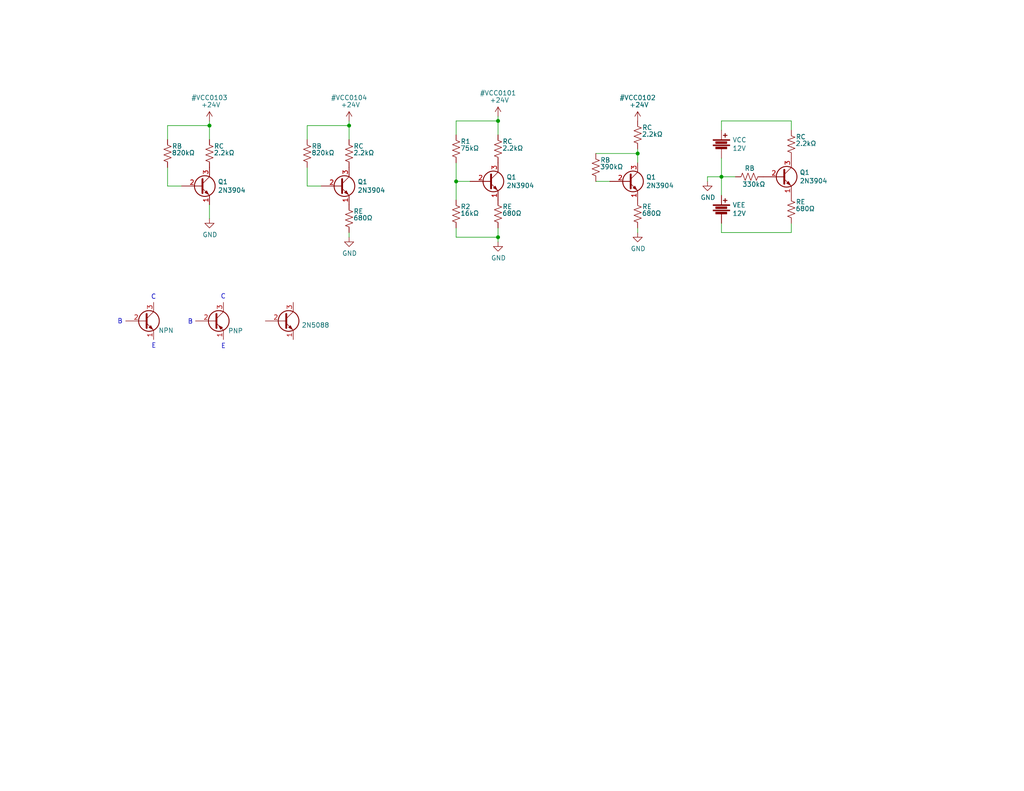
<source format=kicad_sch>
(kicad_sch (version 20211123) (generator eeschema)
  (paper "USLetter")
  (title_block (title "BJT-Bias"))
  (lib_symbols
    (symbol "S2020-rescue:+24V-power" (power) (pin_names (offset 0))
      (property "Value" "+24V-power" (at 0 3.556 0))
      (symbol "+24V-power_0_1"
        (polyline (pts (xy -0.762 1.27) (xy 0 2.54)))
        (polyline (pts (xy 0 0) (xy 0 2.54)))
        (polyline (pts (xy 0 2.54) (xy 0.762 1.27)))
      )
      (symbol "+24V-power_1_1"
        (pin power_in line (at 0 0 90) (length 0) hide (name "+24V") (number "1"))
      )
    )
    (symbol "S2020-rescue:2N3904-Transistor_BJT" (pin_names (offset 0) hide)
      (property "Reference" "Q" (at 5.08 1.905 0))
      (property "Value" "2N3904-Transistor_BJT" (at 5.08 0 0))
      (symbol "2N3904-Transistor_BJT_0_1"
        (polyline (pts (xy 0.635 0.635) (xy 2.54 2.54)))
        (polyline (pts (xy 0.635 -0.635) (xy 2.54 -2.54) (xy 2.54 -2.54)))
        (polyline (pts (xy 0.635 1.905) (xy 0.635 -1.905) (xy 0.635 -1.905)) (stroke (width 0.508)))
        (polyline (pts (xy 1.27 -1.778) (xy 1.778 -1.27) (xy 2.286 -2.286) (xy 1.27 -1.778) (xy 1.27 -1.778)) (fill (type outline)))
        (circle (center 1.27 0) (radius 2.8194) (stroke (width 0.254)))
      )
      (symbol "2N3904-Transistor_BJT_1_1"
        (pin passive line (at 2.54 -5.08 90) (length 2.54) (name "E") (number "1"))
        (pin passive line (at -5.08 0 0) (length 5.715) (name "B") (number "2"))
        (pin passive line (at 2.54 5.08 270) (length 2.54) (name "C") (number "3"))
      )
    )
    (symbol "S2020-rescue:2N3906-Transistor_BJT" (pin_names (offset 0) hide)
      (property "Reference" "Q" (at 5.08 1.905 0))
      (property "Value" "2N3906-Transistor_BJT" (at 5.08 0 0))
      (symbol "2N3906-Transistor_BJT_0_1"
        (polyline (pts (xy 0.635 0.635) (xy 2.54 2.54)))
        (polyline (pts (xy 0.635 -0.635) (xy 2.54 -2.54) (xy 2.54 -2.54)))
        (polyline (pts (xy 0.635 1.905) (xy 0.635 -1.905) (xy 0.635 -1.905)) (stroke (width 0.508)))
        (polyline (pts (xy 2.286 -1.778) (xy 1.778 -2.286) (xy 1.27 -1.27) (xy 2.286 -1.778) (xy 2.286 -1.778)) (fill (type outline)))
        (circle (center 1.27 0) (radius 2.8194) (stroke (width 0.254)))
      )
      (symbol "2N3906-Transistor_BJT_1_1"
        (pin passive line (at 2.54 -5.08 90) (length 2.54) (name "E") (number "1"))
        (pin input line (at -5.08 0 0) (length 5.715) (name "B") (number "2"))
        (pin passive line (at 2.54 5.08 270) (length 2.54) (name "C") (number "3"))
      )
    )
    (symbol "S2020-rescue:Battery-00TJR" (pin_numbers hide) (pin_names (offset 0))
      (property "Reference" "BT" (at 2.54 1.27 0))
      (property "Value" "Battery-00TJR" (at 2.54 -1.27 0))
      (symbol "Battery-00TJR_0_1"
        (rectangle (start -2.286 -0.1778) (end 2.286 -0.4318) (fill (type outline)))
        (rectangle (start -2.286 1.27) (end 2.286 1.016) (fill (type outline)))
        (rectangle (start -1.5748 -0.762) (end 1.4732 -1.27) (fill (type outline)))
        (rectangle (start -1.5748 0.6858) (end 1.4732 0.1778) (fill (type outline)))
        (polyline (pts (xy 0.508 2.413) (xy 1.524 2.413)) (stroke (width 0.254)))
        (polyline (pts (xy 1.016 2.921) (xy 1.016 1.905)) (stroke (width 0.254)))
      )
      (symbol "Battery-00TJR_1_1"
        (pin passive line (at 0 3.81 270) (length 2.54) (name "~") (number "1"))
        (pin passive line (at 0 -3.81 90) (length 2.54) (name "~") (number "2"))
      )
    )
    (symbol "S2020-rescue:GND-00TJR" (power) (pin_names (offset 0))
      (property "Value" "GND-00TJR" (at 0 -3.81 0))
      (symbol "GND-00TJR_0_1"
        (polyline (pts (xy 0 0) (xy 0 -1.27) (xy 1.27 -1.27) (xy 0 -2.54) (xy -1.27 -1.27) (xy 0 -1.27)))
      )
      (symbol "GND-00TJR_1_1"
        (pin power_in line (at 0 0 270) (length 0) hide (name "GND") (number "1"))
      )
    )
    (symbol "S2020-rescue:R_US-Device" (pin_numbers hide) (pin_names (offset 0))
      (property "Reference" "R" (at 2.54 0 90))
      (property "Value" "R_US-Device" (at -2.54 0 90))
      (symbol "R_US-Device_0_1"
        (polyline (pts (xy 0 -2.286) (xy 0 -2.54)))
        (polyline (pts (xy 0 2.286) (xy 0 2.54)))
        (polyline (pts (xy 0 -0.762) (xy 1.016 -1.143) (xy 0 -1.524) (xy -1.016 -1.905) (xy 0 -2.286)))
        (polyline (pts (xy 0 0.762) (xy 1.016 0.381) (xy 0 0) (xy -1.016 -0.381) (xy 0 -0.762)))
        (polyline (pts (xy 0 2.286) (xy 1.016 1.905) (xy 0 1.524) (xy -1.016 1.143) (xy 0 0.762)))
      )
      (symbol "R_US-Device_1_1"
        (pin passive line (at 0 3.81 270) (length 1.27) (name "~") (number "1"))
        (pin passive line (at 0 -3.81 90) (length 1.27) (name "~") (number "2"))
      )
    )
  )
  (junction (at 124.46 49.53))
  (junction (at 173.99 41.91))
  (junction (at 135.89 64.77))
  (junction (at 95.25 34.29))
  (junction (at 135.89 33.02))
  (junction (at 196.85 48.26))
  (junction (at 57.15 34.29))
  (wire (pts (xy 162.56 41.91) (xy 173.99 41.91)))
  (wire (pts (xy 162.56 49.53) (xy 166.37 49.53)))
  (wire (pts (xy 57.15 55.88) (xy 57.15 59.69)))
  (wire (pts (xy 83.82 38.1) (xy 83.82 34.29)))
  (wire (pts (xy 45.72 50.8) (xy 49.53 50.8)))
  (wire (pts (xy 173.99 40.64) (xy 173.99 41.91)))
  (wire (pts (xy 57.15 34.29) (xy 57.15 33.02)))
  (wire (pts (xy 124.46 64.77) (xy 124.46 62.23)))
  (wire (pts (xy 124.46 49.53) (xy 124.46 54.61)))
  (wire (pts (xy 196.85 63.5) (xy 196.85 60.96)))
  (wire (pts (xy 45.72 45.72) (xy 45.72 50.8)))
  (wire (pts (xy 135.89 62.23) (xy 135.89 64.77)))
  (wire (pts (xy 196.85 43.18) (xy 196.85 48.26)))
  (wire (pts (xy 57.15 38.1) (xy 57.15 34.29)))
  (wire (pts (xy 124.46 49.53) (xy 128.27 49.53)))
  (wire (pts (xy 45.72 38.1) (xy 45.72 34.29)))
  (wire (pts (xy 95.25 34.29) (xy 95.25 33.02)))
  (wire (pts (xy 45.72 34.29) (xy 57.15 34.29)))
  (wire (pts (xy 95.25 63.5) (xy 95.25 64.77)))
  (wire (pts (xy 196.85 33.02) (xy 196.85 35.56)))
  (wire (pts (xy 196.85 48.26) (xy 196.85 53.34)))
  (wire (pts (xy 83.82 45.72) (xy 83.82 50.8)))
  (wire (pts (xy 196.85 33.02) (xy 215.9 33.02)))
  (wire (pts (xy 173.99 41.91) (xy 173.99 44.45)))
  (wire (pts (xy 193.04 48.26) (xy 193.04 49.53)))
  (wire (pts (xy 200.66 48.26) (xy 196.85 48.26)))
  (wire (pts (xy 135.89 36.83) (xy 135.89 33.02)))
  (wire (pts (xy 173.99 62.23) (xy 173.99 63.5)))
  (wire (pts (xy 124.46 44.45) (xy 124.46 49.53)))
  (wire (pts (xy 196.85 63.5) (xy 215.9 63.5)))
  (wire (pts (xy 124.46 36.83) (xy 124.46 33.02)))
  (wire (pts (xy 135.89 64.77) (xy 124.46 64.77)))
  (wire (pts (xy 215.9 60.96) (xy 215.9 63.5)))
  (wire (pts (xy 135.89 33.02) (xy 135.89 31.75)))
  (wire (pts (xy 83.82 34.29) (xy 95.25 34.29)))
  (wire (pts (xy 135.89 64.77) (xy 135.89 66.04)))
  (wire (pts (xy 83.82 50.8) (xy 87.63 50.8)))
  (wire (pts (xy 215.9 35.56) (xy 215.9 33.02)))
  (wire (pts (xy 124.46 33.02) (xy 135.89 33.02)))
  (wire (pts (xy 196.85 48.26) (xy 193.04 48.26)))
  (wire (pts (xy 95.25 38.1) (xy 95.25 34.29)))
  (text "B" (at 32.0294 88.5952 0) (effects (font (size 1.27 1.27)) (justify left bottom)))
  (text "E" (at 60.2996 95.3516 0) (effects (font (size 1.27 1.27)) (justify left bottom)))
  (text "C" (at 41.1734 81.915 0) (effects (font (size 1.27 1.27)) (justify left bottom)))
  (text "E" (at 41.3004 95.25 0) (effects (font (size 1.27 1.27)) (justify left bottom)))
  (text "C" (at 60.1726 81.8134 0) (effects (font (size 1.27 1.27)) (justify left bottom)))
  (text "B" (at 51.2064 88.6714 0) (effects (font (size 1.27 1.27)) (justify left bottom)))
  (symbol (lib_id "S2020-rescue:R_US-Device") (at 57.15 41.91 0) (unit 1)
    (property "Reference" "RC" (at 58.3692 39.9034 0) (effects (justify left)))
    (property "Value" "2.2kΩ" (at 58.293 41.7322 0) (effects (justify left)))
  )
  (symbol (lib_id "S2020-rescue:R_US-Device") (at 204.47 48.26 270) (unit 1)
    (property "Reference" "RB" (at 203.1746 45.9486 90) (effects (justify left)))
    (property "Value" "330kΩ" (at 202.5142 50.3174 90) (effects (justify left)))
  )
  (symbol (lib_id "S2020-rescue:2N3904-Transistor_BJT") (at 54.61 50.8 0) (unit 1)
    (property "Reference" "Q1" (at 59.436 49.6316 0) (effects (justify left)))
    (property "Value" "2N3904" (at 59.436 51.943 0) (effects (justify left)))
    (property "Footprint" "Package_TO_SOT_THT:TO-92_Inline" (effects hide))
    (property "Datasheet" "https://www.fairchildsemi.com/datasheets/2N/2N3904.pdf" (effects hide))
  )
  (symbol (lib_id "S2020-rescue:R_US-Device") (at 45.72 41.91 0) (unit 1)
    (property "Reference" "RB" (at 46.9392 39.9034 0) (effects (justify left)))
    (property "Value" "820kΩ" (at 46.863 41.7322 0) (effects (justify left)))
  )
  (symbol (lib_id "S2020-rescue:GND-00TJR") (at 57.15 59.69 0) (unit 1)
    (property "Reference" "#PWR?" (effects hide))
    (property "Value" "GND" (at 57.277 64.0842 0))
  )
  (symbol (lib_id "S2020-rescue:R_US-Device") (at 95.25 41.91 0) (unit 1)
    (property "Reference" "RC" (at 96.4692 39.9034 0) (effects (justify left)))
    (property "Value" "2.2kΩ" (at 96.393 41.7322 0) (effects (justify left)))
  )
  (symbol (lib_id "S2020-rescue:2N3904-Transistor_BJT") (at 92.71 50.8 0) (unit 1)
    (property "Reference" "Q1" (at 97.536 49.6316 0) (effects (justify left)))
    (property "Value" "2N3904" (at 97.536 51.943 0) (effects (justify left)))
    (property "Footprint" "Package_TO_SOT_THT:TO-92_Inline" (effects hide))
    (property "Datasheet" "https://www.fairchildsemi.com/datasheets/2N/2N3904.pdf" (effects hide))
  )
  (symbol (lib_id "S2020-rescue:R_US-Device") (at 83.82 41.91 0) (unit 1)
    (property "Reference" "RB" (at 85.0392 39.9034 0) (effects (justify left)))
    (property "Value" "820kΩ" (at 84.963 41.7322 0) (effects (justify left)))
  )
  (symbol (lib_id "S2020-rescue:GND-00TJR") (at 95.25 64.77 0) (unit 1)
    (property "Reference" "#PWR?" (effects hide))
    (property "Value" "GND" (at 95.377 69.1642 0))
  )
  (symbol (lib_id "S2020-rescue:R_US-Device") (at 95.25 59.69 0) (unit 1)
    (property "Reference" "RE" (at 96.4692 57.6834 0) (effects (justify left)))
    (property "Value" "680Ω" (at 96.393 59.5122 0) (effects (justify left)))
  )
  (symbol (lib_id "S2020-rescue:+24V-power") (at 95.25 33.02 0) (unit 1)
    (property "Reference" "VCC" (at 95.25 26.67 0))
    (property "Value" "+24V" (at 95.631 28.6258 0))
  )
  (symbol (lib_id "S2020-rescue:+24V-power") (at 135.89 31.75 0) (unit 1)
    (property "Reference" "VCC" (at 135.89 25.4 0))
    (property "Value" "+24V" (at 136.271 27.3558 0))
  )
  (symbol (lib_id "S2020-rescue:+24V-power") (at 173.99 33.02 0) (unit 1)
    (property "Reference" "VCC" (at 173.99 26.67 0))
    (property "Value" "+24V" (at 174.371 28.6258 0))
  )
  (symbol (lib_id "S2020-rescue:2N3906-Transistor_BJT") (at 58.42 87.63 0) (unit 1)
    (property "Reference" "Q?" (effects hide))
    (property "Value" "PNP" (at 62.23 90.3224 0) (effects (justify left)))
    (property "Footprint" "Package_TO_SOT_THT:TO-92_Inline" (effects hide))
    (property "Datasheet" "https://www.fairchildsemi.com/datasheets/2N/2N3906.pdf" (effects hide))
  )
  (symbol (lib_id "S2020-rescue:2N3904-Transistor_BJT") (at 39.37 87.63 0) (unit 1)
    (property "Reference" "Q?" (effects hide))
    (property "Value" "NPN" (at 43.2308 90.2208 0) (effects (justify left)))
    (property "Footprint" "Package_TO_SOT_THT:TO-92_Inline" (effects hide))
    (property "Datasheet" "https://www.fairchildsemi.com/datasheets/2N/2N3904.pdf" (effects hide))
  )
  (symbol (lib_id "S2020-rescue:2N3904-Transistor_BJT") (at 77.47 87.63 0) (unit 1)
    (property "Reference" "Q?" (effects hide))
    (property "Value" "2N5088" (at 82.296 88.773 0) (effects (justify left)))
    (property "Footprint" "Package_TO_SOT_THT:TO-92_Inline" (effects hide))
    (property "Datasheet" "https://www.fairchildsemi.com/datasheets/2N/2N3904.pdf" (effects hide))
  )
  (symbol (lib_id "S2020-rescue:R_US-Device") (at 135.89 40.64 0) (unit 1)
    (property "Reference" "RC" (at 137.1092 38.6334 0) (effects (justify left)))
    (property "Value" "2.2kΩ" (at 137.033 40.4622 0) (effects (justify left)))
  )
  (symbol (lib_id "S2020-rescue:2N3904-Transistor_BJT") (at 133.35 49.53 0) (unit 1)
    (property "Reference" "Q1" (at 138.176 48.3616 0) (effects (justify left)))
    (property "Value" "2N3904" (at 138.176 50.673 0) (effects (justify left)))
    (property "Footprint" "Package_TO_SOT_THT:TO-92_Inline" (effects hide))
    (property "Datasheet" "https://www.fairchildsemi.com/datasheets/2N/2N3904.pdf" (effects hide))
  )
  (symbol (lib_id "S2020-rescue:R_US-Device") (at 124.46 40.64 0) (unit 1)
    (property "Reference" "R1" (at 125.6792 38.6334 0) (effects (justify left)))
    (property "Value" "75kΩ" (at 125.603 40.4622 0) (effects (justify left)))
  )
  (symbol (lib_id "S2020-rescue:GND-00TJR") (at 135.89 66.04 0) (unit 1)
    (property "Reference" "#PWR?" (effects hide))
    (property "Value" "GND" (at 136.017 70.4342 0))
  )
  (symbol (lib_id "S2020-rescue:R_US-Device") (at 135.89 58.42 0) (unit 1)
    (property "Reference" "RE" (at 137.1092 56.4134 0) (effects (justify left)))
    (property "Value" "680Ω" (at 137.033 58.2422 0) (effects (justify left)))
  )
  (symbol (lib_id "S2020-rescue:R_US-Device") (at 124.46 58.42 0) (unit 1)
    (property "Reference" "R2" (at 125.6792 56.4134 0) (effects (justify left)))
    (property "Value" "16kΩ" (at 125.603 58.2422 0) (effects (justify left)))
  )
  (symbol (lib_id "S2020-rescue:R_US-Device") (at 173.99 36.83 0) (unit 1)
    (property "Reference" "RC" (at 175.2092 34.8234 0) (effects (justify left)))
    (property "Value" "2.2kΩ" (at 175.133 36.6522 0) (effects (justify left)))
  )
  (symbol (lib_id "S2020-rescue:2N3904-Transistor_BJT") (at 171.45 49.53 0) (unit 1)
    (property "Reference" "Q1" (at 176.276 48.3616 0) (effects (justify left)))
    (property "Value" "2N3904" (at 176.276 50.673 0) (effects (justify left)))
    (property "Footprint" "Package_TO_SOT_THT:TO-92_Inline" (effects hide))
    (property "Datasheet" "https://www.fairchildsemi.com/datasheets/2N/2N3904.pdf" (effects hide))
  )
  (symbol (lib_id "S2020-rescue:R_US-Device") (at 162.56 45.72 0) (unit 1)
    (property "Reference" "RB" (at 163.7792 43.7134 0) (effects (justify left)))
    (property "Value" "390kΩ" (at 163.703 45.5422 0) (effects (justify left)))
  )
  (symbol (lib_id "S2020-rescue:GND-00TJR") (at 173.99 63.5 0) (unit 1)
    (property "Reference" "#PWR?" (effects hide))
    (property "Value" "GND" (at 174.117 67.8942 0))
  )
  (symbol (lib_id "S2020-rescue:R_US-Device") (at 173.99 58.42 0) (unit 1)
    (property "Reference" "RE" (at 175.2092 56.4134 0) (effects (justify left)))
    (property "Value" "680Ω" (at 175.133 58.2422 0) (effects (justify left)))
  )
  (symbol (lib_id "S2020-rescue:R_US-Device") (at 215.9 39.37 0) (unit 1)
    (property "Reference" "RC" (at 217.1192 37.3634 0) (effects (justify left)))
    (property "Value" "2.2kΩ" (at 217.043 39.1922 0) (effects (justify left)))
  )
  (symbol (lib_id "S2020-rescue:2N3904-Transistor_BJT") (at 213.36 48.26 0) (unit 1)
    (property "Reference" "Q1" (at 218.186 47.0916 0) (effects (justify left)))
    (property "Value" "2N3904" (at 218.186 49.403 0) (effects (justify left)))
    (property "Footprint" "Package_TO_SOT_THT:TO-92_Inline" (effects hide))
    (property "Datasheet" "https://www.fairchildsemi.com/datasheets/2N/2N3904.pdf" (effects hide))
  )
  (symbol (lib_id "S2020-rescue:R_US-Device") (at 215.9 57.15 0) (unit 1)
    (property "Reference" "RE" (at 217.1192 55.1434 0) (effects (justify left)))
    (property "Value" "680Ω" (at 217.043 56.9722 0) (effects (justify left)))
  )
  (symbol (lib_id "S2020-rescue:Battery-00TJR") (at 196.85 39.37 0) (unit 1)
    (property "Reference" "VCC" (at 199.8472 38.2016 0) (effects (justify left)))
    (property "Value" "12V" (at 199.8472 40.513 0) (effects (justify left)))
  )
  (symbol (lib_id "S2020-rescue:Battery-00TJR") (at 196.85 57.15 0) (unit 1)
    (property "Reference" "VEE" (at 199.8472 55.9816 0) (effects (justify left)))
    (property "Value" "12V" (at 199.8472 58.293 0) (effects (justify left)))
  )
  (symbol (lib_id "S2020-rescue:+24V-power") (at 57.15 33.02 0) (unit 1)
    (property "Reference" "VCC" (at 57.15 26.67 0))
    (property "Value" "+24V" (at 57.531 28.6258 0))
  )
  (symbol (lib_id "S2020-rescue:GND-00TJR") (at 193.04 49.53 0) (unit 1)
    (property "Reference" "#PWR?" (effects hide))
    (property "Value" "GND" (at 193.167 53.9242 0))
  )
)
</source>
